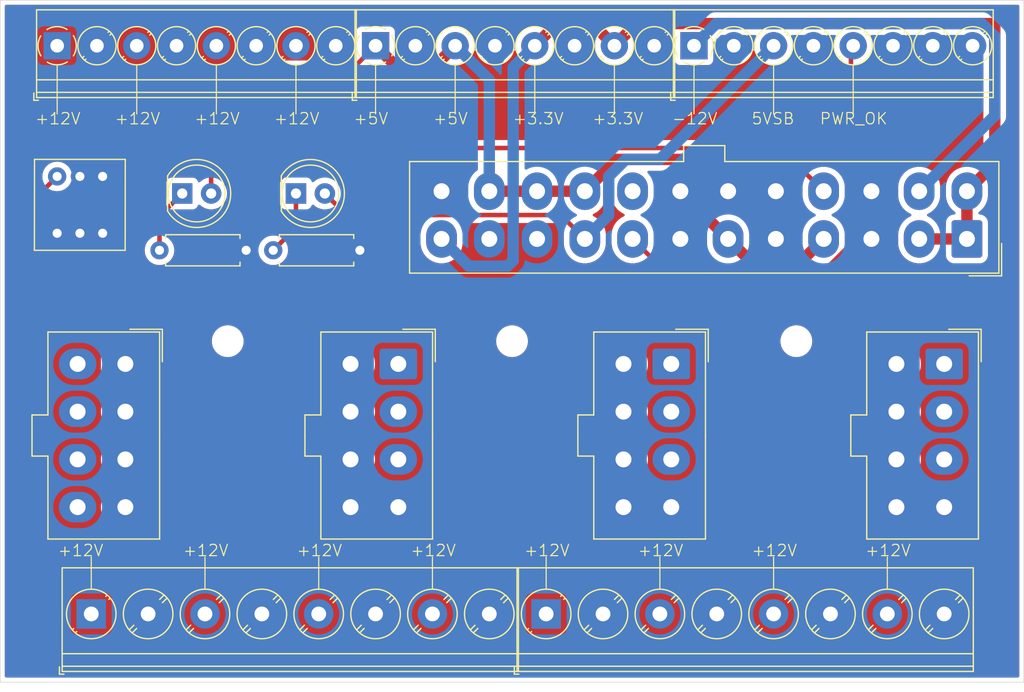
<source format=kicad_pcb>
(kicad_pcb (version 20240108) (generator "pcbnew") (generator_version "8.0")
  (layers (0 "F.Cu" signal) (31 "B.Cu" signal) (34 "B.Paste" user) (35 "F.Paste" user) (36 "B.SilkS" user "B.Silkscreen") (37 "F.SilkS" user "F.Silkscreen") (38 "B.Mask" user) (39 "F.Mask" user) (44 "Edge.Cuts" user))
  (net 0 "")
  (net 1 "+12V")
  (net 2 "-12V")
  (net 3 "+5V")
  (net 4 "+3.3V")
  (net 5 "GND")
  (net 7 "VBUS")
  (net 8 "Net-(J5-PS_ON#)")
  (net 9 "/PWR_OK")
  (net 10 "Net-(D1-K)")
  (net 11 "Net-(D2-K)")
  (footprint "misc:Molex_Mini-Fit_Jr_5566-08A_2x04_P4.20mm_XY_Vertical" (layer "F.Cu") (at 83 32 -90)
    (property "Reference" "J4" (hide yes))
    (property "Value" "Conn_02x04_Top_Bottom")
    (pad "1" thru_hole roundrect (at 0 0 270) (size 2.7 3.3) (drill 1.4) (layers "*.Cu" "*.Mask") (roundrect_rratio 0.092593) (net 1 "+12V"))
    (pad "2" thru_hole oval (at 4.2 0 270) (size 2.7 3.3) (drill 1.4) (layers "*.Cu" "*.Mask") (net 1 "+12V"))
    (pad "3" thru_hole oval (at 8.4 0 270) (size 2.7 3.3) (drill 1.4) (layers "*.Cu" "*.Mask") (net 1 "+12V"))
    (pad "4" thru_hole oval (at 12.6 0 270) (size 2.7 3.3) (drill 1.4) (layers "*.Cu" "*.Mask") (net 5 "GND"))
    (pad "5" thru_hole oval (at 0 4.2 270) (size 2.7 3.3) (drill 1.4) (layers "*.Cu" "*.Mask") (net 5 "GND"))
    (pad "6" thru_hole oval (at 4.2 4.2 270) (size 2.7 3.3) (drill 1.4) (layers "*.Cu" "*.Mask") (net 5 "GND"))
    (pad "7" thru_hole oval (at 8.4 4.2 270) (size 2.7 3.3) (drill 1.4) (layers "*.Cu" "*.Mask") (net 5 "GND"))
    (pad "8" thru_hole oval (at 12.6 4.2 270) (size 2.7 3.3) (drill 1.4) (layers "*.Cu" "*.Mask") (net 5 "GND"))
  )
  (footprint "LED_THT:LED_D5.0mm" (layer "F.Cu") (at 26 17)
    (property "Reference" "D1" (hide yes))
    (property "Value" "LED")
    (pad "1" thru_hole rect (at 0 0) (size 1.8 1.8) (drill 0.9) (layers "*.Cu" "*.Mask") (net 10 "Net-(D1-K)"))
    (pad "2" thru_hole circle (at 2.54 0) (size 1.8 1.8) (drill 0.9) (layers "*.Cu" "*.Mask") (net 7 "VBUS"))
  )
  (footprint "misc:Molex_Mini-Fit_Jr_5566-08A_2x04_P4.20mm_XY_Vertical" (layer "F.Cu") (at 35 32 -90)
    (property "Reference" "J2" (hide yes))
    (property "Value" "Conn_02x04_Top_Bottom")
    (pad "1" thru_hole roundrect (at 0 0 270) (size 2.7 3.3) (drill 1.4) (layers "*.Cu" "*.Mask") (roundrect_rratio 0.092593) (net 1 "+12V"))
    (pad "2" thru_hole oval (at 4.2 0 270) (size 2.7 3.3) (drill 1.4) (layers "*.Cu" "*.Mask") (net 1 "+12V"))
    (pad "3" thru_hole oval (at 8.4 0 270) (size 2.7 3.3) (drill 1.4) (layers "*.Cu" "*.Mask") (net 1 "+12V"))
    (pad "4" thru_hole oval (at 12.6 0 270) (size 2.7 3.3) (drill 1.4) (layers "*.Cu" "*.Mask") (net 5 "GND"))
    (pad "5" thru_hole oval (at 0 4.2 270) (size 2.7 3.3) (drill 1.4) (layers "*.Cu" "*.Mask") (net 5 "GND"))
    (pad "6" thru_hole oval (at 4.2 4.2 270) (size 2.7 3.3) (drill 1.4) (layers "*.Cu" "*.Mask") (net 5 "GND"))
    (pad "7" thru_hole oval (at 8.4 4.2 270) (size 2.7 3.3) (drill 1.4) (layers "*.Cu" "*.Mask") (net 5 "GND"))
    (pad "8" thru_hole oval (at 12.6 4.2 270) (size 2.7 3.3) (drill 1.4) (layers "*.Cu" "*.Mask") (net 5 "GND"))
  )
  (footprint "misc:Molex_Mini-Fit_Jr_5566-08A_2x04_P4.20mm_XY_Vertical" (layer "F.Cu") (at 11 32 -90)
    (property "Reference" "J1" (hide yes))
    (property "Value" "Conn_02x04_Top_Bottom")
    (pad "1" thru_hole roundrect (at 0 0 270) (size 2.7 3.3) (drill 1.4) (layers "*.Cu" "*.Mask") (roundrect_rratio 0.092593) (net 5 "GND"))
    (pad "2" thru_hole oval (at 4.2 0 270) (size 2.7 3.3) (drill 1.4) (layers "*.Cu" "*.Mask") (net 5 "GND"))
    (pad "3" thru_hole oval (at 8.4 0 270) (size 2.7 3.3) (drill 1.4) (layers "*.Cu" "*.Mask") (net 5 "GND"))
    (pad "4" thru_hole oval (at 12.6 0 270) (size 2.7 3.3) (drill 1.4) (layers "*.Cu" "*.Mask") (net 5 "GND"))
    (pad "5" thru_hole oval (at 0 4.2 270) (size 2.7 3.3) (drill 1.4) (layers "*.Cu" "*.Mask") (net 1 "+12V"))
    (pad "6" thru_hole oval (at 4.2 4.2 270) (size 2.7 3.3) (drill 1.4) (layers "*.Cu" "*.Mask") (net 1 "+12V"))
    (pad "7" thru_hole oval (at 8.4 4.2 270) (size 2.7 3.3) (drill 1.4) (layers "*.Cu" "*.Mask") (net 1 "+12V"))
    (pad "8" thru_hole oval (at 12.6 4.2 270) (size 2.7 3.3) (drill 1.4) (layers "*.Cu" "*.Mask") (net 1 "+12V"))
  )
  (footprint "Resistor_THT:R_Axial_DIN0207_L6.3mm_D2.5mm_P7.62mm_Horizontal" (layer "F.Cu") (at 24 22)
    (property "Reference" "R1" (hide yes))
    (property "Value" "R")
    (pad "1" thru_hole circle (at 0 0) (size 1.6 1.6) (drill 0.8) (layers "*.Cu" "*.Mask") (net 10 "Net-(D1-K)"))
    (pad "2" thru_hole oval (at 7.62 0) (size 1.6 1.6) (drill 0.8) (layers "*.Cu" "*.Mask") (net 5 "GND"))
  )
  (footprint "misc:Molex_Mini-Fit_Jr_5566-08A_2x04_P4.20mm_XY_Vertical" (layer "F.Cu") (at 59 32 -90)
    (property "Reference" "J3" (hide yes))
    (property "Value" "Conn_02x04_Top_Bottom")
    (pad "1" thru_hole roundrect (at 0 0 270) (size 2.7 3.3) (drill 1.4) (layers "*.Cu" "*.Mask") (roundrect_rratio 0.092593) (net 1 "+12V"))
    (pad "2" thru_hole oval (at 4.2 0 270) (size 2.7 3.3) (drill 1.4) (layers "*.Cu" "*.Mask") (net 1 "+12V"))
    (pad "3" thru_hole oval (at 8.4 0 270) (size 2.7 3.3) (drill 1.4) (layers "*.Cu" "*.Mask") (net 1 "+12V"))
    (pad "4" thru_hole oval (at 12.6 0 270) (size 2.7 3.3) (drill 1.4) (layers "*.Cu" "*.Mask") (net 5 "GND"))
    (pad "5" thru_hole oval (at 0 4.2 270) (size 2.7 3.3) (drill 1.4) (layers "*.Cu" "*.Mask") (net 5 "GND"))
    (pad "6" thru_hole oval (at 4.2 4.2 270) (size 2.7 3.3) (drill 1.4) (layers "*.Cu" "*.Mask") (net 5 "GND"))
    (pad "7" thru_hole oval (at 8.4 4.2 270) (size 2.7 3.3) (drill 1.4) (layers "*.Cu" "*.Mask") (net 5 "GND"))
    (pad "8" thru_hole oval (at 12.6 4.2 270) (size 2.7 3.3) (drill 1.4) (layers "*.Cu" "*.Mask") (net 5 "GND"))
  )
  (footprint "MountingHole:MountingHole_2.2mm_M2" (layer "F.Cu") (at 20 30)
    (property "Reference" "H2" (hide yes))
    (property "Value" "MountingHole")
    (pad "" np_thru_hole circle (at 0 0) (size 2.2 2.2) (drill 2.2) (layers "*.Cu" "*.Mask"))
  )
  (footprint "Resistor_THT:R_Axial_DIN0207_L6.3mm_D2.5mm_P7.62mm_Horizontal" (layer "F.Cu") (at 14 22)
    (property "Reference" "R2" (hide yes))
    (property "Value" "R")
    (pad "1" thru_hole circle (at 0 0) (size 1.6 1.6) (drill 0.8) (layers "*.Cu" "*.Mask") (net 11 "Net-(D2-K)"))
    (pad "2" thru_hole oval (at 7.62 0) (size 1.6 1.6) (drill 0.8) (layers "*.Cu" "*.Mask") (net 5 "GND"))
  )
  (footprint "MountingHole:MountingHole_2.2mm_M2" (layer "F.Cu") (at 45 30)
    (property "Reference" "H1" (hide yes))
    (property "Value" "MountingHole")
    (pad "" np_thru_hole circle (at 0 0) (size 2.2 2.2) (drill 2.2) (layers "*.Cu" "*.Mask"))
  )
  (footprint "TerminalBlock_Phoenix:TerminalBlock_Phoenix_PT-1,5-8-3.5-H_1x08_P3.50mm_Horizontal" (layer "F.Cu") (at 5 4)
    (property "Reference" "J6" (hide yes))
    (property "Value" "Screw_Terminal_01x08")
    (pad "1" thru_hole rect (at 0 0) (size 2.4 2.4) (drill 1.2) (layers "*.Cu" "*.Mask") (net 1 "+12V"))
    (pad "2" thru_hole circle (at 3.5 0) (size 2.4 2.4) (drill 1.2) (layers "*.Cu" "*.Mask") (net 5 "GND"))
    (pad "3" thru_hole circle (at 7 0) (size 2.4 2.4) (drill 1.2) (layers "*.Cu" "*.Mask") (net 1 "+12V"))
    (pad "4" thru_hole circle (at 10.5 0) (size 2.4 2.4) (drill 1.2) (layers "*.Cu" "*.Mask") (net 5 "GND"))
    (pad "5" thru_hole circle (at 14 0) (size 2.4 2.4) (drill 1.2) (layers "*.Cu" "*.Mask") (net 1 "+12V"))
    (pad "6" thru_hole circle (at 17.5 0) (size 2.4 2.4) (drill 1.2) (layers "*.Cu" "*.Mask") (net 5 "GND"))
    (pad "7" thru_hole circle (at 21 0) (size 2.4 2.4) (drill 1.2) (layers "*.Cu" "*.Mask") (net 1 "+12V"))
    (pad "8" thru_hole circle (at 24.5 0) (size 2.4 2.4) (drill 1.2) (layers "*.Cu" "*.Mask") (net 5 "GND"))
  )
  (footprint "TerminalBlock_Phoenix:TerminalBlock_Phoenix_PT-1,5-8-3.5-H_1x08_P3.50mm_Horizontal" (layer "F.Cu") (at 61 4)
    (property "Reference" "J8" (hide yes))
    (property "Value" "Screw_Terminal_01x08")
    (pad "1" thru_hole rect (at 0 0) (size 2.4 2.4) (drill 1.2) (layers "*.Cu" "*.Mask") (net 2 "-12V"))
    (pad "2" thru_hole circle (at 3.5 0) (size 2.4 2.4) (drill 1.2) (layers "*.Cu" "*.Mask") (net 5 "GND"))
    (pad "3" thru_hole circle (at 7 0) (size 2.4 2.4) (drill 1.2) (layers "*.Cu" "*.Mask") (net 7 "VBUS"))
    (pad "4" thru_hole circle (at 10.5 0) (size 2.4 2.4) (drill 1.2) (layers "*.Cu" "*.Mask") (net 5 "GND"))
    (pad "5" thru_hole circle (at 14 0) (size 2.4 2.4) (drill 1.2) (layers "*.Cu" "*.Mask") (net 9 "/PWR_OK"))
    (pad "6" thru_hole circle (at 17.5 0) (size 2.4 2.4) (drill 1.2) (layers "*.Cu" "*.Mask") (net 5 "GND"))
    (pad "7" thru_hole circle (at 21 0) (size 2.4 2.4) (drill 1.2) (layers "*.Cu" "*.Mask") (net 5 "GND"))
    (pad "8" thru_hole circle (at 24.5 0) (size 2.4 2.4) (drill 1.2) (layers "*.Cu" "*.Mask") (net 5 "GND"))
  )
  (footprint "TerminalBlock_Phoenix:TerminalBlock_Phoenix_PT-1,5-8-3.5-H_1x08_P3.50mm_Horizontal" (layer "F.Cu") (at 33 4)
    (property "Reference" "J7" (hide yes))
    (property "Value" "Screw_Terminal_01x08")
    (pad "1" thru_hole rect (at 0 0) (size 2.4 2.4) (drill 1.2) (layers "*.Cu" "*.Mask") (net 3 "+5V"))
    (pad "2" thru_hole circle (at 3.5 0) (size 2.4 2.4) (drill 1.2) (layers "*.Cu" "*.Mask") (net 5 "GND"))
    (pad "3" thru_hole circle (at 7 0) (size 2.4 2.4) (drill 1.2) (layers "*.Cu" "*.Mask") (net 3 "+5V"))
    (pad "4" thru_hole circle (at 10.5 0) (size 2.4 2.4) (drill 1.2) (layers "*.Cu" "*.Mask") (net 5 "GND"))
    (pad "5" thru_hole circle (at 14 0) (size 2.4 2.4) (drill 1.2) (layers "*.Cu" "*.Mask") (net 4 "+3.3V"))
    (pad "6" thru_hole circle (at 17.5 0) (size 2.4 2.4) (drill 1.2) (layers "*.Cu" "*.Mask") (net 5 "GND"))
    (pad "7" thru_hole circle (at 21 0) (size 2.4 2.4) (drill 1.2) (layers "*.Cu" "*.Mask") (net 4 "+3.3V"))
    (pad "8" thru_hole circle (at 24.5 0) (size 2.4 2.4) (drill 1.2) (layers "*.Cu" "*.Mask") (net 5 "GND"))
  )
  (footprint "misc:SW_DPDT_PS-70N" (layer "F.Cu") (at 7 18 180)
    (property "Reference" "U1" (hide yes))
    (property "Value" "SW_DPDT_PS-70N")
    (pad "1" thru_hole circle (at -2 2.5 180) (size 1.6 1.6) (drill 0.8) (layers "*.Cu" "*.Mask") (net 5 "GND"))
    (pad "2" thru_hole circle (at 0 2.5 180) (size 1.6 1.6) (drill 0.8) (layers "*.Cu" "*.Mask") (net 5 "GND"))
    (pad "3" thru_hole circle (at 2 2.5 180) (size 1.6 1.6) (drill 0.8) (layers "*.Cu" "*.Mask") (net 8 "Net-(J5-PS_ON#)"))
    (pad "4" thru_hole circle (at -2 -2.5 180) (size 1.6 1.6) (drill 0.8) (layers "*.Cu" "*.Mask") (net 5 "GND"))
    (pad "5" thru_hole circle (at 0 -2.5 180) (size 1.6 1.6) (drill 0.8) (layers "*.Cu" "*.Mask") (net 5 "GND"))
    (pad "6" thru_hole circle (at 2 -2.5 180) (size 1.6 1.6) (drill 0.8) (layers "*.Cu" "*.Mask") (net 5 "GND"))
  )
  (footprint "MountingHole:MountingHole_2.2mm_M2" (layer "F.Cu") (at 70 30)
    (property "Reference" "H3" (hide yes))
    (property "Value" "MountingHole")
    (pad "" np_thru_hole circle (at 0 0) (size 2.2 2.2) (drill 2.2) (layers "*.Cu" "*.Mask"))
  )
  (footprint "TerminalBlock_Phoenix:TerminalBlock_Phoenix_PT-1,5-8-5.0-H_1x08_P5.00mm_Horizontal" (layer "F.Cu") (at 8 54)
    (property "Reference" "J9" (hide yes))
    (property "Value" "Screw_Terminal_01x08")
    (pad "1" thru_hole rect (at 0 0) (size 2.6 2.6) (drill 1.3) (layers "*.Cu" "*.Mask") (net 1 "+12V"))
    (pad "2" thru_hole circle (at 5 0) (size 2.6 2.6) (drill 1.3) (layers "*.Cu" "*.Mask") (net 5 "GND"))
    (pad "3" thru_hole circle (at 10 0) (size 2.6 2.6) (drill 1.3) (layers "*.Cu" "*.Mask") (net 1 "+12V"))
    (pad "4" thru_hole circle (at 15 0) (size 2.6 2.6) (drill 1.3) (layers "*.Cu" "*.Mask") (net 5 "GND"))
    (pad "5" thru_hole circle (at 20 0) (size 2.6 2.6) (drill 1.3) (layers "*.Cu" "*.Mask") (net 1 "+12V"))
    (pad "6" thru_hole circle (at 25 0) (size 2.6 2.6) (drill 1.3) (layers "*.Cu" "*.Mask") (net 5 "GND"))
    (pad "7" thru_hole circle (at 30 0) (size 2.6 2.6) (drill 1.3) (layers "*.Cu" "*.Mask") (net 1 "+12V"))
    (pad "8" thru_hole circle (at 35 0) (size 2.6 2.6) (drill 1.3) (layers "*.Cu" "*.Mask") (net 5 "GND"))
  )
  (footprint "misc:Molex_Mini-Fit_Jr_5566-24A_2x12_P4.20mm_XY_Vertical" (layer "F.Cu") (at 85 21 180)
    (property "Reference" "J5" (hide yes))
    (property "Value" "ATX-24")
    (pad "1" thru_hole roundrect (at 0 0 180) (size 2.7 3.3) (drill 1.4) (layers "*.Cu" "*.Mask") (roundrect_rratio 0.092593) (net 4 "+3.3V"))
    (pad "2" thru_hole oval (at 4.2 0 180) (size 2.7 3.3) (drill 1.4) (layers "*.Cu" "*.Mask") (net 4 "+3.3V"))
    (pad "3" thru_hole oval (at 8.4 0 180) (size 2.7 3.3) (drill 1.4) (layers "*.Cu" "*.Mask") (net 5 "GND"))
    (pad "4" thru_hole oval (at 12.6 0 180) (size 2.7 3.3) (drill 1.4) (layers "*.Cu" "*.Mask") (net 3 "+5V"))
    (pad "5" thru_hole oval (at 16.8 0 180) (size 2.7 3.3) (drill 1.4) (layers "*.Cu" "*.Mask") (net 5 "GND"))
    (pad "6" thru_hole oval (at 21 0 180) (size 2.7 3.3) (drill 1.4) (layers "*.Cu" "*.Mask") (net 3 "+5V"))
    (pad "7" thru_hole oval (at 25.2 0 180) (size 2.7 3.3) (drill 1.4) (layers "*.Cu" "*.Mask") (net 5 "GND"))
    (pad "8" thru_hole oval (at 29.4 0 180) (size 2.7 3.3) (drill 1.4) (layers "*.Cu" "*.Mask") (net 9 "/PWR_OK"))
    (pad "9" thru_hole oval (at 33.6 0 180) (size 2.7 3.3) (drill 1.4) (layers "*.Cu" "*.Mask") (net 7 "VBUS"))
    (pad "10" thru_hole oval (at 37.8 0 180) (size 2.7 3.3) (drill 1.4) (layers "*.Cu" "*.Mask") (net 1 "+12V"))
    (pad "11" thru_hole oval (at 42 0 180) (size 2.7 3.3) (drill 1.4) (layers "*.Cu" "*.Mask") (net 1 "+12V"))
    (pad "12" thru_hole oval (at 46.2 0 180) (size 2.7 3.3) (drill 1.4) (layers "*.Cu" "*.Mask") (net 4 "+3.3V"))
    (pad "13" thru_hole oval (at 0 4.2 180) (size 2.7 3.3) (drill 1.4) (layers "*.Cu" "*.Mask") (net 4 "+3.3V"))
    (pad "14" thru_hole oval (at 4.2 4.2 180) (size 2.7 3.3) (drill 1.4) (layers "*.Cu" "*.Mask") (net 2 "-12V"))
    (pad "15" thru_hole oval (at 8.4 4.2 180) (size 2.7 3.3) (drill 1.4) (layers "*.Cu" "*.Mask") (net 5 "GND"))
    (pad "16" thru_hole oval (at 12.6 4.2 180) (size 2.7 3.3) (drill 1.4) (layers "*.Cu" "*.Mask") (net 8 "Net-(J5-PS_ON#)"))
    (pad "17" thru_hole oval (at 16.8 4.2 180) (size 2.7 3.3) (drill 1.4) (layers "*.Cu" "*.Mask") (net 5 "GND"))
    (pad "18" thru_hole oval (at 21 4.2 180) (size 2.7 3.3) (drill 1.4) (layers "*.Cu" "*.Mask") (net 5 "GND"))
    (pad "19" thru_hole oval (at 25.2 4.2 180) (size 2.7 3.3) (drill 1.4) (layers "*.Cu" "*.Mask") (net 5 "GND"))
    (pad "20" thru_hole oval (at 29.4 4.2 180) (size 2.7 3.3) (drill 1.4) (layers "*.Cu" "*.Mask"))
    (pad "21" thru_hole oval (at 33.6 4.2 180) (size 2.7 3.3) (drill 1.4) (layers "*.Cu" "*.Mask") (net 3 "+5V"))
    (pad "22" thru_hole oval (at 37.8 4.2 180) (size 2.7 3.3) (drill 1.4) (layers "*.Cu" "*.Mask") (net 3 "+5V"))
    (pad "23" thru_hole oval (at 42 4.2 180) (size 2.7 3.3) (drill 1.4) (layers "*.Cu" "*.Mask") (net 3 "+5V"))
    (pad "24" thru_hole oval (at 46.2 4.2 180) (size 2.7 3.3) (drill 1.4) (layers "*.Cu" "*.Mask") (net 5 "GND"))
  )
  (footprint "TerminalBlock_Phoenix:TerminalBlock_Phoenix_PT-1,5-8-5.0-H_1x08_P5.00mm_Horizontal" (layer "F.Cu") (at 48 54)
    (property "Reference" "J10" (hide yes))
    (property "Value" "Screw_Terminal_01x08")
    (pad "1" thru_hole rect (at 0 0) (size 2.6 2.6) (drill 1.3) (layers "*.Cu" "*.Mask") (net 1 "+12V"))
    (pad "2" thru_hole circle (at 5 0) (size 2.6 2.6) (drill 1.3) (layers "*.Cu" "*.Mask") (net 5 "GND"))
    (pad "3" thru_hole circle (at 10 0) (size 2.6 2.6) (drill 1.3) (layers "*.Cu" "*.Mask") (net 1 "+12V"))
    (pad "4" thru_hole circle (at 15 0) (size 2.6 2.6) (drill 1.3) (layers "*.Cu" "*.Mask") (net 5 "GND"))
    (pad "5" thru_hole circle (at 20 0) (size 2.6 2.6) (drill 1.3) (layers "*.Cu" "*.Mask") (net 1 "+12V"))
    (pad "6" thru_hole circle (at 25 0) (size 2.6 2.6) (drill 1.3) (layers "*.Cu" "*.Mask") (net 5 "GND"))
    (pad "7" thru_hole circle (at 30 0) (size 2.6 2.6) (drill 1.3) (layers "*.Cu" "*.Mask") (net 1 "+12V"))
    (pad "8" thru_hole circle (at 35 0) (size 2.6 2.6) (drill 1.3) (layers "*.Cu" "*.Mask") (net 5 "GND"))
  )
  (footprint "LED_THT:LED_D5.0mm" (layer "F.Cu") (at 16 17)
    (property "Reference" "D2" (hide yes))
    (property "Value" "LED")
    (pad "1" thru_hole rect (at 0 0) (size 1.8 1.8) (drill 0.9) (layers "*.Cu" "*.Mask") (net 11 "Net-(D2-K)"))
    (pad "2" thru_hole circle (at 2.54 0) (size 1.8 1.8) (drill 0.9) (layers "*.Cu" "*.Mask") (net 3 "+5V"))
  )
  (gr_line (start 8 49) (end 8 51.82) (stroke (width 0.1)) (layer "F.SilkS"))
  (gr_line (start 38 49) (end 38 51.82) (stroke (width 0.1)) (layer "F.SilkS"))
  (gr_line (start 5 10) (end 5 5.68) (stroke (width 0.1)) (layer "F.SilkS"))
  (gr_line (start 68 10) (end 68 5.68) (stroke (width 0.1)) (layer "F.SilkS"))
  (gr_line (start 33 10) (end 33 5.68) (stroke (width 0.1)) (layer "F.SilkS"))
  (gr_line (start 26 10) (end 26 5.68) (stroke (width 0.1)) (layer "F.SilkS"))
  (gr_line (start 40 10) (end 40 5.68) (stroke (width 0.1)) (layer "F.SilkS"))
  (gr_line (start 75 10) (end 75 5.68) (stroke (width 0.1)) (layer "F.SilkS"))
  (gr_line (start 61 10) (end 61 5.68) (stroke (width 0.1)) (layer "F.SilkS"))
  (gr_line (start 28 49) (end 28 51.82) (stroke (width 0.1)) (layer "F.SilkS"))
  (gr_line (start 54 10) (end 54 5.68) (stroke (width 0.1)) (layer "F.SilkS"))
  (gr_line (start 47 10) (end 47 5.68) (stroke (width 0.1)) (layer "F.SilkS"))
  (gr_line (start 19 10) (end 19 5.68) (stroke (width 0.1)) (layer "F.SilkS"))
  (gr_line (start 12 10) (end 12 5.68) (stroke (width 0.1)) (layer "F.SilkS"))
  (gr_line (start 68 49) (end 68 51.82) (stroke (width 0.1)) (layer "F.SilkS"))
  (gr_line (start 48 49) (end 48 51.82) (stroke (width 0.1)) (layer "F.SilkS"))
  (gr_line (start 58 49) (end 58 51.82) (stroke (width 0.1)) (layer "F.SilkS"))
  (gr_line (start 78 49) (end 78 51.82) (stroke (width 0.1)) (layer "F.SilkS"))
  (gr_line (start 18 49) (end 18 51.82) (stroke (width 0.1)) (layer "F.SilkS"))
  (gr_rect (start 0 0) (end 90 60) (stroke (width 0.05)) (fill none) (layer "Edge.Cuts"))
  (gr_text "+3.3V" (at 45 11 0) (layer "F.SilkS") (effects (font (size 1 1) (thickness 0.1)) (justify left bottom)))
  (gr_text "+12V" (at 24 11 0) (layer "F.SilkS") (effects (font (size 1 1) (thickness 0.1)) (justify left bottom)))
  (gr_text "+12V" (at 36 49 0) (layer "F.SilkS") (effects (font (size 1 1) (thickness 0.1)) (justify left bottom)))
  (gr_text "+12V" (at 17 11 0) (layer "F.SilkS") (effects (font (size 1 1) (thickness 0.1)) (justify left bottom)))
  (gr_text "+5V" (at 31 11 0) (layer "F.SilkS") (effects (font (size 1 1) (thickness 0.1)) (justify left bottom)))
  (gr_text "+12V" (at 16 49 0) (layer "F.SilkS") (effects (font (size 1 1) (thickness 0.1)) (justify left bottom)))
  (gr_text "+3.3V" (at 52 11 0) (layer "F.SilkS") (effects (font (size 1 1) (thickness 0.1)) (justify left bottom)))
  (gr_text "+12V" (at 46 49 0) (layer "F.SilkS") (effects (font (size 1 1) (thickness 0.1)) (justify left bottom)))
  (gr_text "-12V" (at 59 11 0) (layer "F.SilkS") (effects (font (size 1 1) (thickness 0.1)) (justify left bottom)))
  (gr_text "+12V" (at 56 49 0) (layer "F.SilkS") (effects (font (size 1 1) (thickness 0.1)) (justify left bottom)))
  (gr_text "+12V" (at 66 49 0) (layer "F.SilkS") (effects (font (size 1 1) (thickness 0.1)) (justify left bottom)))
  (gr_text "+12V" (at 10 11 0) (layer "F.SilkS") (effects (font (size 1 1) (thickness 0.1)) (justify left bottom)))
  (gr_text "PWR_OK" (at 72 11 0) (layer "F.SilkS") (effects (font (size 1 1) (thickness 0.1)) (justify left bottom)))
  (gr_text "+12V" (at 3 11 0) (layer "F.SilkS") (effects (font (size 1 1) (thickness 0.1)) (justify left bottom)))
  (gr_text "+12V" (at 26 49 0) (layer "F.SilkS") (effects (font (size 1 1) (thickness 0.1)) (justify left bottom)))
  (gr_text "+12V" (at 76 49 0) (layer "F.SilkS") (effects (font (size 1 1) (thickness 0.1)) (justify left bottom)))
  (gr_text "+12V" (at 5 49 0) (layer "F.SilkS") (effects (font (size 1 1) (thickness 0.1)) (justify left bottom)))
  (gr_text "+5V" (at 38 11 0) (layer "F.SilkS") (effects (font (size 1 1) (thickness 0.1)) (justify left bottom)))
  (gr_text "5VSB" (at 66 11 0) (layer "F.SilkS") (effects (font (size 1 1) (thickness 0.1)) (justify left bottom)))
  (segment (start 87.45 10.15) (end 87.45 3.192283) (width 1) (layer "B.Cu") (net 2))
  (segment (start 62.95 2.05) (end 61 4) (width 1) (layer "B.Cu") (net 2))
  (segment (start 80.8 16.8) (end 87.45 10.15) (width 1) (layer "B.Cu") (net 2))
  (segment (start 86.307717 2.05) (end 62.95 2.05) (width 1) (layer "B.Cu") (net 2))
  (segment (start 87.45 3.192283) (end 86.307717 2.05) (width 1) (layer "B.Cu") (net 2))
  (segment (start 61.9 18.9) (end 61.9 15.630152) (width 1) (layer "F.Cu") (net 3))
  (segment (start 34.95 5.95) (end 38.05 5.95) (width 1) (layer "F.Cu") (net 3))
  (segment (start 51.4 16.8) (end 47.2 16.8) (width 1) (layer "F.Cu") (net 3))
  (segment (start 70 23.4) (end 66.4 23.4) (width 1) (layer "F.Cu") (net 3))
  (segment (start 64 21) (end 61.9 18.9) (width 1) (layer "F.Cu") (net 3))
  (segment (start 25 6) (end 31 6) (width 0.4) (layer "F.Cu") (net 3))
  (segment (start 18.54 17) (end 18.54 12.46) (width 0.4) (layer "F.Cu") (net 3))
  (segment (start 18.54 12.46) (end 25 6) (width 0.4) (layer "F.Cu") (net 3))
  (segment (start 54.2 14) (end 51.4 16.8) (width 1) (layer "F.Cu") (net 3))
  (segment (start 60.269848 14) (end 54.2 14) (width 1) (layer "F.Cu") (net 3))
  (segment (start 31 6) (end 33 4) (width 0.4) (layer "F.Cu") (net 3))
  (segment (start 33 4) (end 34.95 5.95) (width 1) (layer "F.Cu") (net 3))
  (segment (start 72.4 21) (end 70 23.4) (width 1) (layer "F.Cu") (net 3))
  (segment (start 47.2 16.8) (end 43 16.8) (width 1) (layer "F.Cu") (net 3))
  (segment (start 38.05 5.95) (end 40 4) (width 1) (layer "F.Cu") (net 3))
  (segment (start 66.4 23.4) (end 64 21) (width 1) (layer "F.Cu") (net 3))
  (segment (start 61.9 15.630152) (end 60.269848 14) (width 1) (layer "F.Cu") (net 3))
  (segment (start 43 7) (end 40 4) (width 1) (layer "B.Cu") (net 3))
  (segment (start 43 16.8) (end 43 7) (width 1) (layer "B.Cu") (net 3))
  (segment (start 87.45 2.45) (end 87.05 2.05) (width 1) (layer "F.Cu") (net 4))
  (segment (start 87.45 14.35) (end 87.45 2.45) (width 1) (layer "F.Cu") (net 4))
  (segment (start 49 2) (end 47 4) (width 1) (layer "F.Cu") (net 4))
  (segment (start 85 21) (end 85 16.8) (width 1) (layer "F.Cu") (net 4))
  (segment (start 52 2) (end 49 2) (width 1) (layer "F.Cu") (net 4))
  (segment (start 54 4) (end 52 2) (width 1) (layer "F.Cu") (net 4))
  (segment (start 87.05 2.05) (end 55.95 2.05) (width 1) (layer "F.Cu") (net 4))
  (segment (start 85 16.8) (end 87.45 14.35) (width 1) (layer "F.Cu") (net 4))
  (segment (start 80.8 21) (end 80 21) (width 1) (layer "F.Cu") (net 4))
  (segment (start 55.95 2.05) (end 54 4) (width 1) (layer "F.Cu") (net 4))
  (segment (start 80.8 21) (end 85 21) (width 1) (layer "F.Cu") (net 4))
  (segment (start 38.8 21) (end 41.2 23.4) (width 1) (layer "B.Cu") (net 4))
  (segment (start 45.1 5.9) (end 47 4) (width 1) (layer "B.Cu") (net 4))
  (segment (start 45.1 22.9) (end 45.1 5.9) (width 1) (layer "B.Cu") (net 4))
  (segment (start 44.6 23.4) (end 45.1 22.9) (width 1) (layer "B.Cu") (net 4))
  (segment (start 41.2 23.4) (end 44.6 23.4) (width 1) (layer "B.Cu") (net 4))
  (segment (start 49.3 18.9) (end 30.44 18.9) (width 0.4) (layer "F.Cu") (net 7))
  (segment (start 30.44 18.9) (end 28.54 17) (width 0.4) (layer "F.Cu") (net 7))
  (segment (start 51.4 21) (end 49.3 18.9) (width 0.4) (layer "F.Cu") (net 7))
  (segment (start 58 14) (end 55 14) (width 1) (layer "B.Cu") (net 7))
  (segment (start 55 14) (end 53.5 15.5) (width 1) (layer "B.Cu") (net 7))
  (segment (start 68 4) (end 58 14) (width 1) (layer "B.Cu") (net 7))
  (segment (start 53.5 18.9) (end 51.4 21) (width 1) (layer "B.Cu") (net 7))
  (segment (start 53.5 15.5) (end 53.5 18.9) (width 1) (layer "B.Cu") (net 7))
  (segment (start 68.6 13) (end 27.3 13) (width 0.4) (layer "F.Cu") (net 8))
  (segment (start 18.65 21.65) (end 18.65 24.35) (width 0.4) (layer "F.Cu") (net 8))
  (segment (start 72.4 16.8) (end 68.6 13) (width 0.4) (layer "F.Cu") (net 8))
  (segment (start 3.75 21.017767) (end 3.75 16.75) (width 0.4) (layer "F.Cu") (net 8))
  (segment (start 18 25) (end 7.732233 25) (width 0.4) (layer "F.Cu") (net 8))
  (segment (start 27.3 13) (end 18.65 21.65) (width 0.4) (layer "F.Cu") (net 8))
  (segment (start 18.65 24.35) (end 18 25) (width 0.4) (layer "F.Cu") (net 8))
  (segment (start 3.75 16.75) (end 5 15.5) (width 0.4) (layer "F.Cu") (net 8))
  (segment (start 7.732233 25) (end 3.75 21.017767) (width 0.4) (layer "F.Cu") (net 8))
  (segment (start 58.95 24.35) (end 71.895584 24.35) (width 0.4) (layer "F.Cu") (net 9))
  (segment (start 74.8 4.2) (end 75 4) (width 0.4) (layer "F.Cu") (net 9))
  (segment (start 74.8 21.445584) (end 74.8 4.2) (width 0.4) (layer "F.Cu") (net 9))
  (segment (start 71.895584 24.35) (end 74.8 21.445584) (width 0.4) (layer "F.Cu") (net 9))
  (segment (start 55.6 21) (end 58.95 24.35) (width 0.4) (layer "F.Cu") (net 9))
  (segment (start 26 20) (end 24 22) (width 0.4) (layer "F.Cu") (net 10))
  (segment (start 26 17) (end 26 20) (width 0.4) (layer "F.Cu") (net 10))
  (segment (start 14 22) (end 14 19) (width 0.4) (layer "F.Cu") (net 11))
  (segment (start 14 19) (end 16 17) (width 0.4) (layer "F.Cu") (net 11))
  (zone (net 1) (net_name "+12V") (layer "F.Cu") (connect_pads yes (clearance 0.5)) (min_thickness 0.25) (fill yes (thermal_gap 0.5) (thermal_bridge_width 0.5))
    (polygon (pts (xy 0 0) (xy 90 0) (xy 90 60) (xy 0 60)))
  )
  (zone (net 5) (net_name "GND") (layer "B.Cu") (priority 1) (connect_pads yes (clearance 0.5)) (min_thickness 0.25) (fill yes (thermal_gap 0.5) (thermal_bridge_width 0.5))
    (polygon (pts (xy 0 0) (xy 90 0) (xy 90 60) (xy 0 60)))
  )
)
</source>
